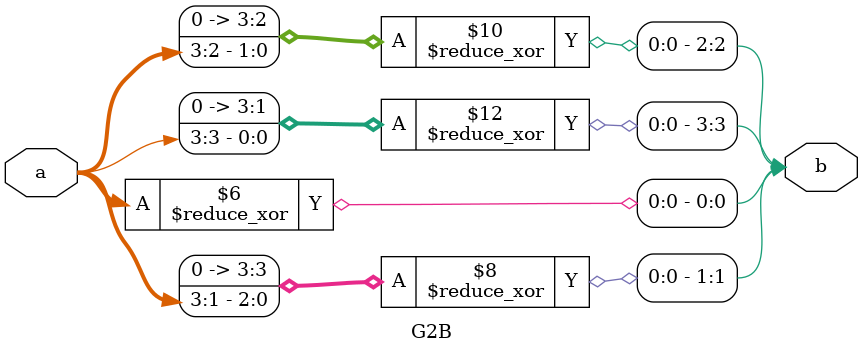
<source format=sv>
module G2B (input [3:0] a, output [3:0] b);
  reg [3:0] b;
  always @(a)
    begin
      for (int i=0; i<=3; i++) begin
        b[i] = ^ (a >> i);
        end  
    end
endmodule

</source>
